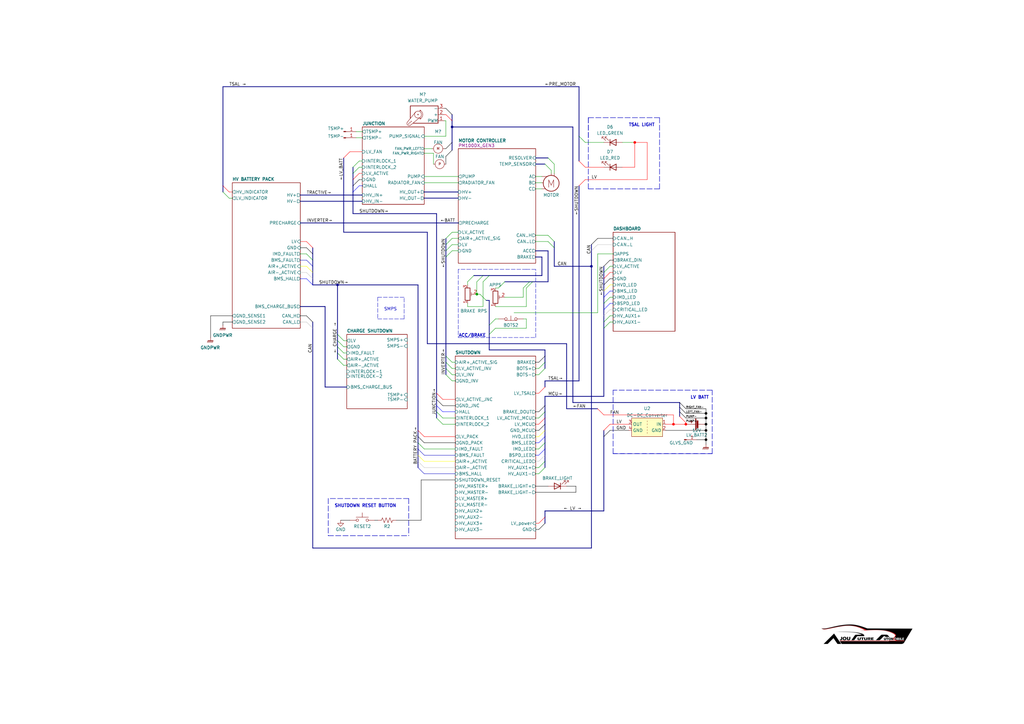
<source format=kicad_sch>
(kicad_sch (version 20211123) (generator eeschema)
  (paper "A3")
  (lib_symbols
    (symbol "A-FA_PARTS:DC-DC_Converter"
      (property "Reference" "U" (at 0 0 0))
      (property "Value" "DC-DC_Converter" (at 0 0 0))
      (symbol "DC-DC_Converter_0_1"
        (rectangle (start -6.35 -2.54) (end 6.35 -10.16) (stroke (width 0.1524)) (fill (type background)))
        (polyline (pts (xy 0 -8.382) (xy 0 -8.89)) (stroke (width 0.1)))
        (polyline (pts (xy 0 -7.239) (xy 0 -7.747)) (stroke (width 0.1)))
        (polyline (pts (xy 0 -6.096) (xy 0 -6.604)) (stroke (width 0.1)))
        (polyline (pts (xy 0 -4.826) (xy 0 -5.334)) (stroke (width 0.1)))
        (polyline (pts (xy 0 -3.683) (xy 0 -4.191)) (stroke (width 0.1)))
        (rectangle (start 5.08 -5.08) (end 5.08 -5.08) (stroke (width 0.1524)))
      )
      (symbol "DC-DC_Converter_1_1"
        (pin passive line (at 7.62 -5.08 180) (length 1.27) (name "IN") (number "1"))
        (pin passive line (at 7.62 -7.62 180) (length 1.27) (name "GND") (number "2"))
        (pin passive line (at -7.62 -5.08 0) (length 1.27) (name "OUT") (number "3"))
        (pin passive line (at -7.62 -7.62 0) (length 1.27) (name "GND") (number "4"))
      )
    )
    (symbol "A-FA_PARTS:FAN" (pin_names (offset 0))
      (property "Reference" "M" (at 1.27 1.27 0))
      (property "Value" "FAN" (at 1.27 -3.81 0))
      (symbol "FAN_0_0"
        (text "M" (at 0 -1.27 900) (effects (font (size 1 1))))
      )
      (symbol "FAN_0_1"
        (circle (center 0 -1.27) (radius 1.888) (stroke (width 0.1524)))
      )
      (symbol "FAN_1_1"
        (pin passive line (at 0 -3.81 90) (length 0.6) (name "") (number ""))
        (pin passive line (at 0 1.27 270) (length 0.6) (name "") (number ""))
      )
    )
    (symbol "A-FA_PARTS:MOTOR" (pin_names (offset 0))
      (property "Reference" "M" (at 2.54 2.54 0))
      (property "Value" "MOTOR" (at 2.54 -5.08 0))
      (symbol "MOTOR_0_0"
        (text "M" (at 0 -1.778 0) (effects (font (size 3 3))))
      )
      (symbol "MOTOR_0_1"
        (circle (center 0 -1.524) (radius 3.2512) (stroke (width 0.254)))
      )
      (symbol "MOTOR_1_0"
        (pin passive line (at -3.81 1.27 0) (length 2.2) (name "") (number ""))
      )
      (symbol "MOTOR_1_1"
        (pin passive line (at -3.81 -3.81 0) (length 1.4) (name "") (number ""))
        (pin passive line (at -3.81 -1.27 0) (length 0.5) (name "") (number ""))
        (pin passive line (at 0 2.54 270) (length 0.8) (name "") (number ""))
        (pin passive line (at 1.27 2.54 270) (length 1) (name "") (number ""))
      )
    )
    (symbol "A-FA_PARTS:PUMP"
      (property "Reference" "M" (at 0 0 0))
      (property "Value" "PUMP" (at 3.556 -7.112 0))
      (symbol "PUMP_0_0"
        (text "P" (at 0 -4.064 900) (effects (font (size 1 1))))
      )
      (symbol "PUMP_0_1"
        (circle (center 0 -4.064) (radius 1.888) (stroke (width 0.1524)))
      )
      (symbol "PUMP_1_1"
        (pin passive line (at 0 -6.604 90) (length 0.6) (name "") (number ""))
        (pin passive line (at 0 -1.524 270) (length 0.6) (name "") (number ""))
      )
    )
    (symbol "Connector:Conn_01x01_Male" (pin_names (offset 1.016) hide)
      (property "Reference" "J" (at 0 2.54 0))
      (property "Value" "Conn_01x01_Male" (at 0 -2.54 0))
      (symbol "Conn_01x01_Male_1_1"
        (polyline (pts (xy 1.27 0) (xy 0.8636 0)) (stroke (width 0.1524)))
        (rectangle (start 0.8636 0.127) (end 0 -0.127) (stroke (width 0.1524)) (fill (type outline)))
        (pin passive line (at 5.08 0 180) (length 3.81) (name "Pin_1") (number "1"))
      )
    )
    (symbol "Device:Battery_Cell" (pin_numbers hide) (pin_names (offset 0) hide)
      (property "Reference" "BT" (at 2.54 2.54 0))
      (property "Value" "Battery_Cell" (at 2.54 0 0))
      (symbol "Battery_Cell_0_1"
        (rectangle (start -2.286 1.778) (end 2.286 1.524) (fill (type outline)))
        (rectangle (start -1.5748 1.1938) (end 1.4732 0.6858) (fill (type outline)))
        (polyline (pts (xy 0 0.762) (xy 0 0)))
        (polyline (pts (xy 0 1.778) (xy 0 2.54)))
        (polyline (pts (xy 0.508 3.429) (xy 1.524 3.429)) (stroke (width 0.254)))
        (polyline (pts (xy 1.016 3.937) (xy 1.016 2.921)) (stroke (width 0.254)))
      )
      (symbol "Battery_Cell_1_1"
        (pin passive line (at 0 5.08 270) (length 2.54) (name "+") (number "1"))
        (pin passive line (at 0 -2.54 90) (length 2.54) (name "-") (number "2"))
      )
    )
    (symbol "Device:LED" (pin_numbers hide) (pin_names (offset 1.016) hide)
      (property "Reference" "D" (at 0 2.54 0))
      (property "Value" "LED" (at 0 -2.54 0))
      (symbol "LED_0_1"
        (polyline (pts (xy -1.27 -1.27) (xy -1.27 1.27)) (stroke (width 0.254)))
        (polyline (pts (xy -1.27 0) (xy 1.27 0)))
        (polyline (pts (xy 1.27 -1.27) (xy 1.27 1.27) (xy -1.27 0) (xy 1.27 -1.27)) (stroke (width 0.254)))
        (polyline (pts (xy -3.048 -0.762) (xy -4.572 -2.286) (xy -3.81 -2.286) (xy -4.572 -2.286) (xy -4.572 -1.524)))
        (polyline (pts (xy -1.778 -0.762) (xy -3.302 -2.286) (xy -2.54 -2.286) (xy -3.302 -2.286) (xy -3.302 -1.524)))
      )
      (symbol "LED_1_1"
        (pin passive line (at -3.81 0 0) (length 2.54) (name "K") (number "1"))
        (pin passive line (at 3.81 0 180) (length 2.54) (name "A") (number "2"))
      )
    )
    (symbol "Device:R_Potentiometer_Trim" (pin_names (offset 1.016) hide)
      (property "Reference" "RV" (at -4.445 0 90))
      (property "Value" "R_Potentiometer_Trim" (at -2.54 0 90))
      (symbol "R_Potentiometer_Trim_0_1"
        (polyline (pts (xy 1.524 0.762) (xy 1.524 -0.762)))
        (polyline (pts (xy 2.54 0) (xy 1.524 0)))
        (rectangle (start 1.016 2.54) (end -1.016 -2.54) (stroke (width 0.254)))
      )
      (symbol "R_Potentiometer_Trim_1_1"
        (pin passive line (at 0 3.81 270) (length 1.27) (name "1") (number "1"))
        (pin passive line (at 3.81 0 180) (length 1.27) (name "2") (number "2"))
        (pin passive line (at 0 -3.81 90) (length 1.27) (name "3") (number "3"))
      )
    )
    (symbol "Device:R_US" (pin_numbers hide) (pin_names (offset 0))
      (property "Reference" "R" (at 2.54 0 90))
      (property "Value" "R_US" (at -2.54 0 90))
      (symbol "R_US_0_1"
        (polyline (pts (xy 0 -2.286) (xy 0 -2.54)))
        (polyline (pts (xy 0 2.286) (xy 0 2.54)))
        (polyline (pts (xy 0 -0.762) (xy 1.016 -1.143) (xy 0 -1.524) (xy -1.016 -1.905) (xy 0 -2.286)))
        (polyline (pts (xy 0 0.762) (xy 1.016 0.381) (xy 0 0) (xy -1.016 -0.381) (xy 0 -0.762)))
        (polyline (pts (xy 0 2.286) (xy 1.016 1.905) (xy 0 1.524) (xy -1.016 1.143) (xy 0 0.762)))
      )
      (symbol "R_US_1_1"
        (pin passive line (at 0 3.81 270) (length 1.27) (name "~") (number "1"))
        (pin passive line (at 0 -3.81 90) (length 1.27) (name "~") (number "2"))
      )
    )
    (symbol "Motor:Motor_Servo" (pin_names (offset 0.0254))
      (property "Reference" "M" (at -5.08 4.445 0))
      (property "Value" "Motor_Servo" (at -5.08 -4.064 0))
      (symbol "Motor_Servo_0_1"
        (polyline (pts (xy 2.413 -1.778) (xy 2.032 -1.778)))
        (polyline (pts (xy 2.413 -1.778) (xy 2.286 -1.397)))
        (polyline (pts (xy 2.413 1.778) (xy 1.905 1.778)))
        (polyline (pts (xy 2.413 1.778) (xy 2.286 1.397)))
        (polyline (pts (xy 6.35 4.445) (xy 2.54 1.27)))
        (polyline (pts (xy 7.62 3.175) (xy 4.191 -1.016)))
        (polyline (pts (xy 5.08 3.556) (xy -5.08 3.556) (xy -5.08 -3.556) (xy 6.35 -3.556) (xy 6.35 1.524)) (stroke (width 0.254)))
        (arc (start 2.413 1.778) (mid 1.2406 0) (end 2.413 -1.778))
        (circle (center 3.175 0) (radius 0.1778))
        (circle (center 3.175 0) (radius 1.4224))
        (circle (center 5.969 2.794) (radius 0.127))
        (circle (center 6.477 3.302) (radius 0.127))
        (circle (center 6.985 3.81) (radius 0.127))
        (arc (start 7.62 3.175) (mid 7.4485 4.2735) (end 6.35 4.445))
      )
      (symbol "Motor_Servo_1_1"
        (pin passive line (at -7.62 2.54 0) (length 2.54) (name "PWM") (number "1"))
        (pin passive line (at -7.62 0 0) (length 2.54) (name "+") (number "2"))
        (pin passive line (at -7.62 -2.54 0) (length 2.54) (name "-") (number "3"))
      )
    )
    (symbol "Switch:SW_Push" (pin_numbers hide) (pin_names (offset 1.016) hide)
      (property "Reference" "SW" (at 1.27 2.54 0))
      (property "Value" "SW_Push" (at 0 -1.524 0))
      (symbol "SW_Push_0_1"
        (circle (center -2.032 0) (radius 0.508))
        (polyline (pts (xy 0 1.27) (xy 0 3.048)))
        (polyline (pts (xy 2.54 1.27) (xy -2.54 1.27)))
        (circle (center 2.032 0) (radius 0.508))
        (pin passive line (at -5.08 0 0) (length 2.54) (name "1") (number "1"))
        (pin passive line (at 5.08 0 180) (length 2.54) (name "2") (number "2"))
      )
    )
    (symbol "Switch:SW_Push_Open" (pin_numbers hide) (pin_names (offset 1.016) hide)
      (property "Reference" "SW" (at 0 2.54 0))
      (property "Value" "SW_Push_Open" (at 0 -1.905 0))
      (symbol "SW_Push_Open_0_1"
        (circle (center -2.032 0) (radius 0.508))
        (polyline (pts (xy -2.54 -0.635) (xy 2.54 -0.635)))
        (polyline (pts (xy 0 -0.635) (xy 0 1.27)))
        (circle (center 2.032 0) (radius 0.508))
        (pin passive line (at -5.08 0 0) (length 2.54) (name "A") (number "1"))
      )
      (symbol "SW_Push_Open_1_1"
        (pin passive line (at 5.08 0 180) (length 2.54) (name "B") (number "2"))
      )
    )
    (symbol "power:GND" (power) (pin_names (offset 0))
      (property "Value" "GND" (at 0 -3.81 0))
      (symbol "GND_0_1"
        (polyline (pts (xy 0 0) (xy 0 -1.27) (xy 1.27 -1.27) (xy 0 -2.54) (xy -1.27 -1.27) (xy 0 -1.27)))
      )
      (symbol "GND_1_1"
        (pin power_in line (at 0 0 270) (length 0) hide (name "GND") (number "1"))
      )
    )
    (symbol "power:GNDPWR" (power) (pin_names (offset 0))
      (property "Value" "GNDPWR" (at 0 -3.302 0))
      (symbol "GNDPWR_0_1"
        (polyline (pts (xy 0 -1.27) (xy 0 0)))
        (polyline (pts (xy -1.016 -1.27) (xy -1.27 -2.032) (xy -1.27 -2.032)) (stroke (width 0.2032)))
        (polyline (pts (xy -0.508 -1.27) (xy -0.762 -2.032) (xy -0.762 -2.032)) (stroke (width 0.2032)))
        (polyline (pts (xy 0 -1.27) (xy -0.254 -2.032) (xy -0.254 -2.032)) (stroke (width 0.2032)))
        (polyline (pts (xy 0.508 -1.27) (xy 0.254 -2.032) (xy 0.254 -2.032)) (stroke (width 0.2032)))
        (polyline (pts (xy 1.016 -1.27) (xy -1.016 -1.27) (xy -1.016 -1.27)) (stroke (width 0.2032)))
        (polyline (pts (xy 1.016 -1.27) (xy 0.762 -2.032) (xy 0.762 -2.032) (xy 0.762 -2.032)) (stroke (width 0.2032)))
      )
      (symbol "GNDPWR_1_1"
        (pin power_in line (at 0 0 270) (length 0) hide (name "GNDPWR") (number "1"))
      )
    )
  )
  (junction (at 289.56 180.34) (color 0 0 0 1))
  (junction (at 289.56 171.45) (color 0 0 0 1))
  (junction (at 289.56 173.99) (color 0 0 0 1))
  (junction (at 242.57 109.22))
  (junction (at 195.58 120.65))
  (junction (at 289.56 176.53) (color 0 0 0 1))
  (junction (at 289.56 169.545) (color 0 0 0 1))
  (junction (at 185.42 52.07))
  (junction (at 138.43 116.84))
  (junction (at 276.225 173.99) (color 255 0 0 1))
  (junction (at 260.35 58.42) (color 255 0 0 1))
  (junction (at 281.305 173.99) (color 255 0 0 1))
  (bus_entry (at 125.73 101.6) (size 2.54 2.54) (stroke (width 0) (color 0 0 0 1)))
  (bus_entry (at 125.73 106.68) (size 2.54 2.54) (stroke (width 0) (color 0 0 194 1)))
  (bus_entry (at 125.73 99.06) (size 2.54 2.54) (stroke (width 0) (color 255 0 0 1)))
  (bus_entry (at 125.73 104.14) (size 2.54 2.54))
  (bus_entry (at 125.73 111.76) (size 2.54 2.54) (stroke (width 0) (color 194 194 194 1)))
  (bus_entry (at 125.73 109.22) (size 2.54 2.54) (stroke (width 0) (color 255 255 0 1)))
  (bus_entry (at 203.2 130.81) (size -2.54 2.54))
  (bus_entry (at 147.32 68.58) (size -2.54 2.54))
  (bus_entry (at 250.19 129.54) (size -2.54 2.54))
  (bus_entry (at 223.52 158.75) (size -2.54 2.54) (stroke (width 0) (color 255 0 0 1)))
  (bus_entry (at 240.03 73.66) (size -2.54 2.54) (stroke (width 0) (color 255 0 0 1)))
  (bus_entry (at 147.32 73.66) (size -2.54 2.54) (stroke (width 0) (color 0 0 0 1)))
  (bus_entry (at 224.79 99.06) (size 2.54 2.54))
  (bus_entry (at 194.31 113.03) (size -2.54 2.54))
  (bus_entry (at 198.12 113.03) (size -2.54 2.54))
  (bus_entry (at 200.66 113.03) (size -2.54 2.54))
  (bus_entry (at 223.52 67.31) (size 2.54 2.54))
  (bus_entry (at 223.52 168.91) (size -2.54 2.54) (stroke (width 0) (color 0 132 0 1)))
  (bus_entry (at 223.52 171.45) (size -2.54 2.54) (stroke (width 0) (color 255 0 0 1)))
  (bus_entry (at 223.52 173.99) (size -2.54 2.54) (stroke (width 0) (color 0 0 0 1)))
  (bus_entry (at 223.52 176.53) (size -2.54 2.54) (stroke (width 0) (color 255 255 0 1)))
  (bus_entry (at 223.52 186.69) (size -2.54 2.54) (stroke (width 0) (color 194 194 194 1)))
  (bus_entry (at 223.52 181.61) (size -2.54 2.54))
  (bus_entry (at 223.52 184.15) (size -2.54 2.54) (stroke (width 0) (color 0 0 255 1)))
  (bus_entry (at 223.52 179.07) (size -2.54 2.54) (stroke (width 0) (color 0 0 255 1)))
  (bus_entry (at 138.43 137.16) (size 2.54 2.54))
  (bus_entry (at 223.52 166.37) (size -2.54 2.54) (stroke (width 0) (color 0 0 0 1)))
  (bus_entry (at 185.42 58.42) (size -2.54 2.54) (stroke (width 0) (color 0 0 0 1)))
  (bus_entry (at 179.07 168.91) (size 2.54 2.54))
  (bus_entry (at 171.45 189.23) (size 2.54 2.54) (stroke (width 0) (color 194 194 194 1)))
  (bus_entry (at 179.07 161.29) (size 2.54 2.54) (stroke (width 0) (color 255 0 0 1)))
  (bus_entry (at 179.07 163.83) (size 2.54 2.54) (stroke (width 0) (color 0 0 0 1)))
  (bus_entry (at 196.85 120.65) (size 2.54 2.54))
  (bus_entry (at 147.32 76.2) (size -2.54 2.54) (stroke (width 0) (color 0 0 255 1)))
  (bus_entry (at 147.32 66.04) (size -2.54 2.54))
  (bus_entry (at 185.42 49.53) (size -2.54 -2.54) (stroke (width 0) (color 255 0 0 1)))
  (bus_entry (at 278.765 165.1) (size 2.54 2.54) (stroke (width 0) (color 0 0 0 1)))
  (bus_entry (at 171.45 179.07) (size 2.54 2.54) (stroke (width 0) (color 0 0 0 1)))
  (bus_entry (at 245.11 167.64) (size 2.54 2.54) (stroke (width 0) (color 255 0 0 1)))
  (bus_entry (at 250.19 176.53) (size -2.54 2.54) (stroke (width 0) (color 0 0 0 1)))
  (bus_entry (at 250.19 132.08) (size -2.54 2.54))
  (bus_entry (at 171.45 191.77) (size 2.54 2.54) (stroke (width 0) (color 0 0 194 1)))
  (bus_entry (at 223.52 214.63) (size -2.54 2.54) (stroke (width 0) (color 0 0 0 1)))
  (bus_entry (at 220.98 214.63) (size 2.54 -2.54) (stroke (width 0) (color 255 0 0 1)))
  (bus_entry (at 505.46 110.49) (size 2.54 2.54))
  (bus_entry (at 147.32 71.12) (size -2.54 2.54) (stroke (width 0) (color 255 0 0 1)))
  (bus_entry (at 223.52 189.23) (size -2.54 2.54))
  (bus_entry (at 185.42 46.99) (size -2.54 -2.54) (stroke (width 0) (color 0 0 0 1)))
  (bus_entry (at 245.11 97.79) (size -2.54 2.54) (stroke (width 0) (color 0 0 0 1)))
  (bus_entry (at 245.11 100.33) (size -2.54 2.54) (stroke (width 0) (color 194 194 194 1)))
  (bus_entry (at 171.45 181.61) (size 2.54 2.54))
  (bus_entry (at 250.19 106.68) (size -2.54 2.54) (stroke (width 0) (color 0 0 0 1)))
  (bus_entry (at 179.07 166.37) (size 2.54 2.54) (stroke (width 0) (color 0 0 255 1)))
  (bus_entry (at 250.19 119.38) (size -2.54 2.54) (stroke (width 0) (color 0 0 255 1)))
  (bus_entry (at 250.19 121.92) (size -2.54 2.54))
  (bus_entry (at 250.19 116.84) (size -2.54 2.54) (stroke (width 0) (color 255 255 0 1)))
  (bus_entry (at 250.19 109.22) (size -2.54 2.54))
  (bus_entry (at 250.19 111.76) (size -2.54 2.54) (stroke (width 0) (color 255 0 0 1)))
  (bus_entry (at 250.19 114.3) (size -2.54 2.54) (stroke (width 0) (color 0 0 0 1)))
  (bus_entry (at 250.19 124.46) (size -2.54 2.54) (stroke (width 0) (color 0 0 255 1)))
  (bus_entry (at 250.19 127) (size -2.54 2.54) (stroke (width 0) (color 194 194 194 1)))
  (bus_entry (at 278.765 170.815) (size 2.54 2.54) (stroke (width 0) (color 255 0 0 1)))
  (bus_entry (at 240.03 68.58) (size -2.54 -2.54) (stroke (width 0) (color 255 0 0 1)))
  (bus_entry (at 125.73 129.54) (size 2.54 2.54) (stroke (width 0) (color 0 0 0 1)))
  (bus_entry (at 125.73 132.08) (size 2.54 2.54) (stroke (width 0) (color 194 194 194 1)))
  (bus_entry (at 240.03 58.42) (size -2.54 -2.54))
  (bus_entry (at 91.44 78.74) (size 2.54 2.54))
  (bus_entry (at 91.44 76.2) (size 2.54 2.54) (stroke (width 0) (color 255 0 0 1)))
  (bus_entry (at 138.43 147.32) (size 2.54 2.54))
  (bus_entry (at 138.43 144.78) (size 2.54 2.54))
  (bus_entry (at 138.43 142.24) (size 2.54 2.54))
  (bus_entry (at 138.43 139.7) (size 2.54 2.54))
  (bus_entry (at 171.45 176.53) (size 2.54 2.54) (stroke (width 0) (color 255 0 0 1)))
  (bus_entry (at 171.45 184.15) (size 2.54 2.54) (stroke (width 0) (color 0 0 194 1)))
  (bus_entry (at 217.17 115.57) (size -2.54 2.54))
  (bus_entry (at 218.44 115.57) (size -2.54 2.54))
  (bus_entry (at 278.765 168.91) (size 2.54 2.54) (stroke (width 0) (color 0 0 0 1)))
  (bus_entry (at 182.88 148.59) (size 2.54 2.54))
  (bus_entry (at 182.88 146.05) (size 2.54 2.54))
  (bus_entry (at 182.88 151.13) (size 2.54 2.54))
  (bus_entry (at 182.88 153.67) (size 2.54 2.54))
  (bus_entry (at 207.01 115.57) (size -2.54 2.54))
  (bus_entry (at 250.19 173.99) (size -2.54 2.54) (stroke (width 0) (color 255 0 0 1)))
  (bus_entry (at 185.42 95.25) (size -2.54 2.54))
  (bus_entry (at 185.42 100.33) (size -2.54 2.54))
  (bus_entry (at 185.42 97.79) (size -2.54 2.54))
  (bus_entry (at 179.07 171.45) (size 2.54 2.54))
  (bus_entry (at 125.73 114.3) (size 2.54 2.54) (stroke (width 0) (color 0 0 255 1)))
  (bus_entry (at 143.51 62.23) (size -2.54 2.54) (stroke (width 0) (color 255 0 0 1)))
  (bus_entry (at 223.52 151.13) (size -2.54 2.54))
  (bus_entry (at 223.52 148.59) (size -2.54 2.54))
  (bus_entry (at 171.45 186.69) (size 2.54 2.54) (stroke (width 0) (color 255 255 0 1)))
  (bus_entry (at 185.42 61.595) (size -2.54 2.54) (stroke (width 0) (color 0 0 0 1)))
  (bus_entry (at 224.79 96.52) (size 2.54 2.54))
  (bus_entry (at 224.79 64.77) (size 2.54 2.54))
  (bus_entry (at 278.765 167.005) (size 2.54 2.54) (stroke (width 0) (color 0 0 0 1)))
  (bus_entry (at 203.2 134.62) (size -2.54 2.54))
  (bus_entry (at 185.42 102.87) (size -2.54 2.54))
  (bus_entry (at 223.52 146.05) (size -2.54 2.54) (stroke (width 0) (color 0 0 0 1)))
  (bus_entry (at 223.52 191.77) (size -2.54 2.54))
  (bus (pts (xy 223.52 166.37) (xy 223.52 168.91)))
  (bus (pts (xy 144.78 76.2) (xy 144.78 78.74)))
  (wire (pts (xy 207.01 121.92) (xy 214.63 121.92)))
  (wire (pts (xy 203.2 134.62) (xy 215.9 134.62)))
  (bus (pts (xy 234.95 52.07) (xy 234.95 165.1)))
  (bus (pts (xy 247.65 179.07) (xy 247.65 209.55)))
  (wire (pts (xy 123.19 129.54) (xy 125.73 129.54)) (stroke (width 0) (color 0 0 0 1)))
  (bus (pts (xy 222.25 105.41) (xy 222.25 113.03)))
  (bus (pts (xy 200.66 143.51) (xy 223.52 143.51)))
  (wire (pts (xy 250.19 111.76) (xy 251.46 111.76)) (stroke (width 0) (color 255 0 0 1)))
  (bus (pts (xy 223.52 143.51) (xy 223.52 146.05)))
  (polyline (pts (xy 134.62 204.47) (xy 134.62 219.71)) (stroke (width 0.2)))
  (wire (pts (xy 215.9 118.11) (xy 215.9 125.73)))
  (bus (pts (xy 128.27 134.62) (xy 128.27 224.79)))
  (wire (pts (xy 182.88 49.53) (xy 182.88 55.88)))
  (wire (pts (xy 182.245 46.99) (xy 182.88 46.99)) (stroke (width 0) (color 255 0 0 1)))
  (polyline (pts (xy 292.1 186.055) (xy 292.1 160.02)) (stroke (width 0.2)))
  (bus (pts (xy 182.88 146.05) (xy 182.88 148.59)))
  (bus (pts (xy 232.41 167.64) (xy 232.41 140.97)))
  (wire (pts (xy 219.71 189.23) (xy 220.98 189.23)) (stroke (width 0) (color 194 194 194 1)))
  (wire (pts (xy 250.19 121.92) (xy 251.46 121.92)))
  (wire (pts (xy 182.245 60.96) (xy 182.88 60.96)) (stroke (width 0) (color 0 0 0 1)))
  (bus (pts (xy 173.99 81.28) (xy 187.96 81.28)))
  (wire (pts (xy 273.05 176.53) (xy 289.56 176.53)) (stroke (width 0) (color 0 0 0 1)))
  (wire (pts (xy 219.71 72.39) (xy 222.25 72.39)))
  (wire (pts (xy 198.12 115.57) (xy 198.12 125.73)))
  (bus (pts (xy 247.65 127) (xy 247.65 129.54)))
  (wire (pts (xy 195.58 115.57) (xy 195.58 120.65)))
  (wire (pts (xy 245.11 100.33) (xy 251.46 100.33)) (stroke (width 0) (color 194 194 194 1)))
  (bus (pts (xy 171.45 176.53) (xy 171.45 179.07)))
  (bus (pts (xy 278.765 168.91) (xy 278.765 170.815)))
  (wire (pts (xy 191.77 125.73) (xy 191.77 124.46)))
  (wire (pts (xy 173.99 179.07) (xy 186.69 179.07)) (stroke (width 0) (color 255 0 0 1)))
  (wire (pts (xy 219.71 74.93) (xy 222.25 74.93)))
  (bus (pts (xy 223.52 212.09) (xy 223.52 214.63)))
  (wire (pts (xy 219.71 173.99) (xy 220.98 173.99)) (stroke (width 0) (color 255 0 0 1)))
  (wire (pts (xy 123.19 104.14) (xy 125.73 104.14)))
  (wire (pts (xy 182.88 55.88) (xy 173.99 55.88)))
  (wire (pts (xy 143.51 62.23) (xy 148.59 62.23)) (stroke (width 0) (color 255 0 0 1)))
  (bus (pts (xy 138.43 137.16) (xy 138.43 139.7)))
  (wire (pts (xy 185.42 153.67) (xy 186.69 153.67)))
  (bus (pts (xy 138.43 144.78) (xy 138.43 147.32)))
  (bus (pts (xy 227.33 101.6) (xy 227.33 109.22)))
  (wire (pts (xy 173.99 72.39) (xy 187.96 72.39)))
  (bus (pts (xy 247.65 132.08) (xy 247.65 134.62)))
  (wire (pts (xy 285.75 180.34) (xy 289.56 180.34)) (stroke (width 0) (color 0 0 0 1)))
  (wire (pts (xy 260.35 58.42) (xy 265.43 58.42)) (stroke (width 0) (color 255 0 0 1)))
  (polyline (pts (xy 219.71 110.49) (xy 215.9 110.49)))
  (bus (pts (xy 223.52 209.55) (xy 247.65 209.55)))
  (polyline (pts (xy 187.96 138.43) (xy 219.71 138.43)))
  (wire (pts (xy 281.305 167.64) (xy 289.56 167.64)) (stroke (width 0) (color 0 0 0 1)))
  (bus (pts (xy 144.78 87.63) (xy 179.07 87.63)))
  (wire (pts (xy 140.97 149.86) (xy 142.24 149.86)))
  (wire (pts (xy 182.245 49.53) (xy 182.88 49.53)))
  (wire (pts (xy 219.71 184.15) (xy 220.98 184.15)))
  (polyline (pts (xy 270.51 77.47) (xy 270.51 48.26)) (stroke (width 0.2)))
  (bus (pts (xy 138.43 116.84) (xy 138.43 137.16)))
  (wire (pts (xy 153.67 213.36) (xy 154.94 213.36)) (stroke (width 0) (color 0 0 0 1)))
  (bus (pts (xy 171.45 181.61) (xy 171.45 184.15)))
  (bus (pts (xy 234.95 165.1) (xy 278.765 165.1)))
  (bus (pts (xy 247.65 121.92) (xy 247.65 124.46)))
  (wire (pts (xy 219.71 217.17) (xy 220.98 217.17)) (stroke (width 0) (color 0 0 0 1)))
  (wire (pts (xy 181.61 173.99) (xy 186.69 173.99)))
  (wire (pts (xy 185.42 95.25) (xy 187.96 95.25)))
  (bus (pts (xy 123.19 125.73) (xy 133.35 125.73)))
  (bus (pts (xy 247.65 134.62) (xy 247.65 162.56)))
  (wire (pts (xy 289.56 176.53) (xy 289.56 180.34)) (stroke (width 0) (color 0 0 0 1)))
  (wire (pts (xy 95.25 129.54) (xy 86.36 129.54)) (stroke (width 0) (color 0 0 0 1)))
  (polyline (pts (xy 241.3 48.26) (xy 241.3 57.15)) (stroke (width 0.2)))
  (wire (pts (xy 250.19 124.46) (xy 251.46 124.46)) (stroke (width 0) (color 0 0 255 1)))
  (bus (pts (xy 223.52 184.15) (xy 223.52 181.61)))
  (bus (pts (xy 223.52 146.05) (xy 223.52 148.59)))
  (polyline (pts (xy 241.3 77.47) (xy 270.51 77.47)) (stroke (width 0.2)))
  (bus (pts (xy 223.52 162.56) (xy 223.52 166.37)))
  (bus (pts (xy 140.97 95.25) (xy 175.26 95.25)))
  (bus (pts (xy 179.07 168.91) (xy 179.07 171.45)))
  (bus (pts (xy 232.41 167.64) (xy 245.11 167.64)))
  (wire (pts (xy 250.19 109.22) (xy 251.46 109.22)))
  (bus (pts (xy 123.19 82.55) (xy 148.59 82.55)))
  (wire (pts (xy 140.97 144.78) (xy 142.24 144.78)))
  (bus (pts (xy 219.71 67.31) (xy 223.52 67.31)))
  (bus (pts (xy 144.78 73.66) (xy 144.78 76.2)))
  (wire (pts (xy 185.42 151.13) (xy 186.69 151.13)))
  (bus (pts (xy 133.35 125.73) (xy 133.35 158.75)))
  (wire (pts (xy 219.71 99.06) (xy 224.79 99.06)))
  (polyline (pts (xy 167.64 204.47) (xy 167.64 219.71)) (stroke (width 0.2)))
  (bus (pts (xy 182.88 97.79) (xy 182.88 100.33)))
  (wire (pts (xy 219.71 214.63) (xy 220.98 214.63)) (stroke (width 0) (color 255 0 0 1)))
  (bus (pts (xy 223.52 179.07) (xy 223.52 176.53)))
  (bus (pts (xy 182.88 151.13) (xy 182.88 153.67)))
  (wire (pts (xy 289.56 169.545) (xy 289.56 171.45)) (stroke (width 0) (color 0 0 0 1)))
  (polyline (pts (xy 219.71 138.43) (xy 219.71 110.49)))
  (bus (pts (xy 128.27 224.79) (xy 242.57 224.79)))
  (bus (pts (xy 237.49 76.2) (xy 237.49 156.21)))
  (bus (pts (xy 237.49 156.21) (xy 223.52 156.21)))
  (bus (pts (xy 200.66 123.19) (xy 200.66 133.35)))
  (bus (pts (xy 171.45 189.23) (xy 171.45 191.77)))
  (bus (pts (xy 185.42 52.07) (xy 234.95 52.07)))
  (bus (pts (xy 128.27 132.08) (xy 128.27 134.62)))
  (wire (pts (xy 147.32 71.12) (xy 148.59 71.12)) (stroke (width 0) (color 255 0 0 1)))
  (wire (pts (xy 219.71 153.67) (xy 220.98 153.67)))
  (bus (pts (xy 128.27 114.3) (xy 128.27 116.84)))
  (bus (pts (xy 128.27 101.6) (xy 128.27 104.14)))
  (bus (pts (xy 171.45 186.69) (xy 171.45 189.23)))
  (wire (pts (xy 240.03 58.42) (xy 247.65 58.42)))
  (bus (pts (xy 128.27 109.22) (xy 128.27 111.76)))
  (bus (pts (xy 223.52 186.69) (xy 223.52 184.15)))
  (wire (pts (xy 91.44 132.08) (xy 91.44 133.35)) (stroke (width 0) (color 0 0 0 1)))
  (bus (pts (xy 198.12 113.03) (xy 200.66 113.03)))
  (bus (pts (xy 128.27 106.68) (xy 128.27 109.22)))
  (wire (pts (xy 173.99 194.31) (xy 186.69 194.31)) (stroke (width 0) (color 0 0 194 1)))
  (wire (pts (xy 191.77 115.57) (xy 191.77 116.84)))
  (wire (pts (xy 147.32 76.2) (xy 148.59 76.2)) (stroke (width 0) (color 0 0 255 1)))
  (bus (pts (xy 237.49 35.56) (xy 237.49 55.88)))
  (wire (pts (xy 86.36 129.54) (xy 86.36 138.43)) (stroke (width 0) (color 0 0 0 1)))
  (bus (pts (xy 182.88 148.59) (xy 182.88 151.13)))
  (wire (pts (xy 93.98 78.74) (xy 95.25 78.74)) (stroke (width 0) (color 255 0 0 1)))
  (polyline (pts (xy 154.94 130.81) (xy 165.735 130.81)))
  (bus (pts (xy 247.65 114.3) (xy 247.65 116.84)))
  (wire (pts (xy 173.99 186.69) (xy 186.69 186.69)) (stroke (width 0) (color 0 0 194 1)))
  (wire (pts (xy 273.05 173.99) (xy 276.225 173.99)) (stroke (width 0) (color 255 0 0 1)))
  (polyline (pts (xy 251.46 186.055) (xy 251.46 160.02)) (stroke (width 0.2)))
  (wire (pts (xy 289.56 173.99) (xy 289.56 176.53)) (stroke (width 0) (color 0 0 0 1)))
  (wire (pts (xy 219.71 168.91) (xy 220.98 168.91)) (stroke (width 0) (color 0 0 0 1)))
  (bus (pts (xy 185.42 46.99) (xy 185.42 49.53)))
  (wire (pts (xy 219.71 151.13) (xy 220.98 151.13)))
  (polyline (pts (xy 251.46 186.055) (xy 292.1 186.055)) (stroke (width 0.2)))
  (bus (pts (xy 227.33 109.22) (xy 242.57 109.22)))
  (wire (pts (xy 236.22 201.93) (xy 219.71 201.93)) (stroke (width 0) (color 0 0 0 1)))
  (bus (pts (xy 247.65 116.84) (xy 247.65 119.38)))
  (bus (pts (xy 247.65 109.22) (xy 247.65 111.76)))
  (bus (pts (xy 194.31 113.03) (xy 198.12 113.03)))
  (bus (pts (xy 200.66 113.03) (xy 222.25 113.03)))
  (wire (pts (xy 123.19 114.3) (xy 125.73 114.3)) (stroke (width 0) (color 0 0 255 1)))
  (polyline (pts (xy 292.1 160.02) (xy 251.46 160.02)) (stroke (width 0.2)))
  (bus (pts (xy 242.57 100.33) (xy 242.57 102.87)))
  (polyline (pts (xy 215.9 110.49) (xy 187.96 110.49)))
  (polyline (pts (xy 154.94 121.92) (xy 154.94 130.81)))
  (wire (pts (xy 219.71 77.47) (xy 222.25 77.47)))
  (bus (pts (xy 185.42 52.07) (xy 185.42 58.42)))
  (bus (pts (xy 223.52 173.99) (xy 223.52 171.45)))
  (bus (pts (xy 138.43 139.7) (xy 138.43 142.24)))
  (bus (pts (xy 138.43 142.24) (xy 138.43 144.78)))
  (bus (pts (xy 128.27 104.14) (xy 128.27 106.68)))
  (bus (pts (xy 223.52 181.61) (xy 223.52 179.07)))
  (bus (pts (xy 278.765 165.1) (xy 278.765 167.005)))
  (wire (pts (xy 219.71 179.07) (xy 220.98 179.07)) (stroke (width 0) (color 255 255 0 1)))
  (wire (pts (xy 214.63 118.11) (xy 214.63 121.92)))
  (bus (pts (xy 144.78 78.74) (xy 144.78 80.01)))
  (wire (pts (xy 181.61 166.37) (xy 186.69 166.37)) (stroke (width 0) (color 0 0 0 1)))
  (bus (pts (xy 227.33 99.06) (xy 227.33 101.6)))
  (bus (pts (xy 219.71 105.41) (xy 222.25 105.41)))
  (wire (pts (xy 173.99 181.61) (xy 186.69 181.61)) (stroke (width 0) (color 0 0 0 1)))
  (wire (pts (xy 173.99 184.15) (xy 186.69 184.15)))
  (polyline (pts (xy 270.51 48.26) (xy 241.3 48.26)) (stroke (width 0.2)))
  (bus (pts (xy 223.52 148.59) (xy 223.52 151.13)))
  (wire (pts (xy 250.19 127) (xy 251.46 127)) (stroke (width 0) (color 194 194 194 1)))
  (polyline (pts (xy 165.735 121.92) (xy 154.94 121.92)))
  (bus (pts (xy 247.65 111.76) (xy 247.65 114.3)))
  (polyline (pts (xy 165.735 130.81) (xy 165.735 121.92)))
  (wire (pts (xy 186.69 196.85) (xy 172.72 196.85)) (stroke (width 0) (color 0 0 0 1)))
  (wire (pts (xy 250.19 114.3) (xy 251.46 114.3)) (stroke (width 0) (color 0 0 0 1)))
  (polyline (pts (xy 241.3 48.26) (xy 241.3 77.47)) (stroke (width 0.2)))
  (wire (pts (xy 250.19 116.84) (xy 251.46 116.84)) (stroke (width 0) (color 255 255 0 1)))
  (wire (pts (xy 232.41 199.39) (xy 236.22 199.39)) (stroke (width 0) (color 0 0 0 1)))
  (bus (pts (xy 185.42 58.42) (xy 185.42 61.595)))
  (wire (pts (xy 250.19 173.99) (xy 257.81 173.99)) (stroke (width 0) (color 255 0 0 1)))
  (wire (pts (xy 250.19 119.38) (xy 251.46 119.38)) (stroke (width 0) (color 0 0 255 1)))
  (wire (pts (xy 245.11 104.14) (xy 245.11 128.27)))
  (wire (pts (xy 182.245 44.45) (xy 182.88 44.45)) (stroke (width 0) (color 0 0 0 1)))
  (wire (pts (xy 181.61 171.45) (xy 186.69 171.45)))
  (wire (pts (xy 250.19 129.54) (xy 251.46 129.54)))
  (wire (pts (xy 147.32 66.04) (xy 148.59 66.04)))
  (bus (pts (xy 242.57 102.87) (xy 242.57 109.22)))
  (wire (pts (xy 185.42 148.59) (xy 186.69 148.59)))
  (wire (pts (xy 250.19 106.68) (xy 251.46 106.68)) (stroke (width 0) (color 0 0 0 1)))
  (bus (pts (xy 200.66 137.16) (xy 200.66 143.51)))
  (wire (pts (xy 123.19 111.76) (xy 125.73 111.76)) (stroke (width 0) (color 194 194 194 1)))
  (bus (pts (xy 218.44 115.57) (xy 224.79 115.57)))
  (bus (pts (xy 144.78 71.12) (xy 144.78 73.66)))
  (wire (pts (xy 276.225 173.99) (xy 281.305 173.99)) (stroke (width 0) (color 255 0 0 1)))
  (wire (pts (xy 226.06 69.85) (xy 226.06 71.12)))
  (wire (pts (xy 281.305 171.45) (xy 289.56 171.45)) (stroke (width 0) (color 0 0 0 1)))
  (bus (pts (xy 91.44 35.56) (xy 237.49 35.56)))
  (bus (pts (xy 144.78 68.58) (xy 144.78 71.12)))
  (bus (pts (xy 144.78 80.01) (xy 148.59 80.01)))
  (wire (pts (xy 172.72 196.85) (xy 172.72 213.36)) (stroke (width 0) (color 0 0 0 1)))
  (bus (pts (xy 278.765 167.005) (xy 278.765 168.91)))
  (bus (pts (xy 133.35 158.75) (xy 142.24 158.75)))
  (bus (pts (xy 140.97 64.77) (xy 140.97 95.25)))
  (polyline (pts (xy 292.1 186.055) (xy 251.46 186.055)) (stroke (width 0.2)))
  (wire (pts (xy 281.305 173.99) (xy 281.94 173.99)) (stroke (width 0) (color 255 0 0 1)))
  (bus (pts (xy 247.65 162.56) (xy 223.52 162.56)))
  (wire (pts (xy 260.35 58.42) (xy 255.27 58.42)))
  (wire (pts (xy 250.19 132.08) (xy 251.46 132.08)))
  (bus (pts (xy 128.27 116.84) (xy 138.43 116.84)))
  (bus (pts (xy 144.78 80.01) (xy 144.78 87.63)))
  (wire (pts (xy 289.56 167.64) (xy 289.56 169.545)) (stroke (width 0) (color 0 0 0 1)))
  (bus (pts (xy 247.65 129.54) (xy 247.65 132.08)))
  (wire (pts (xy 281.305 173.355) (xy 281.305 173.99)) (stroke (width 0) (color 255 0 0 1)))
  (wire (pts (xy 173.99 60.96) (xy 177.165 60.96)))
  (bus (pts (xy 247.65 124.46) (xy 247.65 127)))
  (wire (pts (xy 245.11 97.79) (xy 251.46 97.79)) (stroke (width 0) (color 0 0 0 1)))
  (bus (pts (xy 138.43 116.84) (xy 171.45 116.84)))
  (bus (pts (xy 223.52 171.45) (xy 223.52 168.91)))
  (bus (pts (xy 247.65 119.38) (xy 247.65 121.92)))
  (bus (pts (xy 223.52 209.55) (xy 223.52 212.09)))
  (wire (pts (xy 181.61 163.83) (xy 186.69 163.83)) (stroke (width 0) (color 255 0 0 1)))
  (wire (pts (xy 215.9 130.81) (xy 215.9 134.62)))
  (wire (pts (xy 182.88 64.135) (xy 182.88 67.31)) (stroke (width 0) (color 0 0 0 1)))
  (wire (pts (xy 276.225 170.18) (xy 276.225 173.99)) (stroke (width 0) (color 255 0 0 1)))
  (wire (pts (xy 219.71 176.53) (xy 220.98 176.53)) (stroke (width 0) (color 0 0 0 1)))
  (bus (pts (xy 200.66 133.35) (xy 200.66 137.16)))
  (wire (pts (xy 219.71 191.77) (xy 220.98 191.77)))
  (bus (pts (xy 179.07 166.37) (xy 179.07 163.83)))
  (wire (pts (xy 177.8 62.865) (xy 177.8 67.31)))
  (wire (pts (xy 173.99 62.865) (xy 177.8 62.865)))
  (bus (pts (xy 175.26 140.97) (xy 175.26 95.25)))
  (wire (pts (xy 140.97 147.32) (xy 142.24 147.32)))
  (wire (pts (xy 236.22 199.39) (xy 236.22 201.93)) (stroke (width 0) (color 0 0 0 1)))
  (bus (pts (xy 182.88 102.87) (xy 182.88 105.41)))
  (wire (pts (xy 215.9 125.73) (xy 203.2 125.73)))
  (bus (pts (xy 223.52 176.53) (xy 223.52 173.99)))
  (wire (pts (xy 219.71 181.61) (xy 220.98 181.61)) (stroke (width 0) (color 0 0 255 1)))
  (bus (pts (xy 171.45 179.07) (xy 171.45 181.61)))
  (wire (pts (xy 123.19 99.06) (xy 125.73 99.06)) (stroke (width 0) (color 255 0 0 1)))
  (bus (pts (xy 171.45 184.15) (xy 171.45 186.69)))
  (wire (pts (xy 123.19 101.6) (xy 125.73 101.6)) (stroke (width 0) (color 0 0 0 1)))
  (wire (pts (xy 260.35 68.58) (xy 260.35 58.42)) (stroke (width 0) (color 255 0 0 1)))
  (bus (pts (xy 232.41 140.97) (xy 175.26 140.97)))
  (bus (pts (xy 247.65 179.07) (xy 247.65 176.53)))
  (bus (pts (xy 123.19 80.01) (xy 144.78 80.01)))
  (wire (pts (xy 219.71 186.69) (xy 220.98 186.69)) (stroke (width 0) (color 0 0 255 1)))
  (wire (pts (xy 198.12 125.73) (xy 191.77 125.73)))
  (wire (pts (xy 162.56 213.36) (xy 172.72 213.36)) (stroke (width 0) (color 0 0 0 1)))
  (bus (pts (xy 123.19 91.44) (xy 187.96 91.44)))
  (bus (pts (xy 171.45 116.84) (xy 171.45 176.53)))
  (bus (pts (xy 207.01 115.57) (xy 217.17 115.57)))
  (wire (pts (xy 214.63 130.81) (xy 215.9 130.81)))
  (bus (pts (xy 224.79 102.87) (xy 224.79 115.57)))
  (wire (pts (xy 185.42 97.79) (xy 187.96 97.79)))
  (wire (pts (xy 227.33 67.31) (xy 227.33 71.12)))
  (bus (pts (xy 223.52 156.21) (xy 223.52 158.75)))
  (wire (pts (xy 219.71 194.31) (xy 220.98 194.31)))
  (bus (pts (xy 91.44 76.2) (xy 91.44 78.74)))
  (bus (pts (xy 182.88 100.33) (xy 182.88 102.87)))
  (bus (pts (xy 185.42 49.53) (xy 185.42 52.07)))
  (bus (pts (xy 219.71 102.87) (xy 224.79 102.87)))
  (wire (pts (xy 146.05 53.975) (xy 148.59 53.975)))
  (wire (pts (xy 139.7 213.36) (xy 143.51 213.36)) (stroke (width 0) (color 0 0 0 1)))
  (polyline (pts (xy 134.62 219.71) (xy 167.64 219.71)) (stroke (width 0.2)))
  (wire (pts (xy 173.99 74.93) (xy 187.96 74.93)))
  (wire (pts (xy 185.42 100.33) (xy 187.96 100.33)))
  (wire (pts (xy 219.71 199.39) (xy 224.79 199.39)) (stroke (width 0) (color 0 0 0 1)))
  (wire (pts (xy 123.19 109.22) (xy 125.73 109.22)) (stroke (width 0) (color 255 255 0 1)))
  (wire (pts (xy 219.71 96.52) (xy 224.79 96.52)))
  (wire (pts (xy 147.32 68.58) (xy 148.59 68.58)))
  (wire (pts (xy 219.71 161.29) (xy 220.98 161.29)) (stroke (width 0) (color 255 0 0 1)))
  (wire (pts (xy 203.2 130.81) (xy 204.47 130.81)))
  (bus (pts (xy 223.52 186.69) (xy 223.52 189.23)))
  (wire (pts (xy 123.19 106.68) (xy 125.73 106.68)) (stroke (width 0) (color 0 0 194 1)))
  (wire (pts (xy 247.65 170.18) (xy 276.225 170.18)) (stroke (width 0) (color 255 0 0 1)))
  (wire (pts (xy 173.99 191.77) (xy 186.69 191.77)) (stroke (width 0) (color 194 194 194 1)))
  (wire (pts (xy 147.32 73.66) (xy 148.59 73.66)) (stroke (width 0) (color 0 0 0 1)))
  (bus (pts (xy 91.44 35.56) (xy 91.44 76.2)))
  (wire (pts (xy 185.42 156.21) (xy 186.69 156.21)))
  (bus (pts (xy 179.07 163.83) (xy 179.07 161.29)))
  (bus (pts (xy 182.88 105.41) (xy 182.88 146.05)))
  (bus (pts (xy 237.49 55.88) (xy 237.49 66.04)))
  (wire (pts (xy 255.27 68.58) (xy 260.35 68.58)) (stroke (width 0) (color 255 0 0 1)))
  (wire (pts (xy 210.82 128.27) (xy 245.11 128.27)))
  (wire (pts (xy 123.19 132.08) (xy 125.73 132.08)) (stroke (width 0) (color 194 194 194 1)))
  (bus (pts (xy 223.52 189.23) (xy 223.52 191.77)))
  (wire (pts (xy 93.98 81.28) (xy 95.25 81.28)))
  (wire (pts (xy 95.25 132.08) (xy 91.44 132.08)) (stroke (width 0) (color 0 0 0 1)))
  (wire (pts (xy 250.19 176.53) (xy 257.81 176.53)) (stroke (width 0) (color 0 0 0 1)))
  (wire (pts (xy 140.97 142.24) (xy 142.24 142.24)))
  (wire (pts (xy 219.71 148.59) (xy 220.98 148.59)) (stroke (width 0) (color 0 0 0 1)))
  (polyline (pts (xy 167.64 204.47) (xy 134.62 204.47)) (stroke (width 0.2)))
  (bus (pts (xy 128.27 111.76) (xy 128.27 114.3)))
  (bus (pts (xy 199.39 123.19) (xy 200.66 123.19)))
  (bus (pts (xy 179.07 168.91) (xy 179.07 166.37)))
  (polyline (pts (xy 187.96 110.49) (xy 187.96 138.43)))
  (wire (pts (xy 203.2 118.11) (xy 204.47 118.11)))
  (wire (pts (xy 289.56 180.34) (xy 289.56 182.245)) (stroke (width 0) (color 0 0 0 1)))
  (wire (pts (xy 240.03 73.66) (xy 265.43 73.66)) (stroke (width 0) (color 255 0 0 1)))
  (bus (pts (xy 179.07 87.63) (xy 179.07 161.29)))
  (wire (pts (xy 240.03 68.58) (xy 247.65 68.58)) (stroke (width 0) (color 255 0 0 1)))
  (wire (pts (xy 173.99 189.23) (xy 186.69 189.23)) (stroke (width 0) (color 255 255 0 1)))
  (wire (pts (xy 185.42 102.87) (xy 187.96 102.87)))
  (wire (pts (xy 195.58 120.65) (xy 196.85 120.65)))
  (bus (pts (xy 219.71 64.77) (xy 224.79 64.77)))
  (wire (pts (xy 181.61 168.91) (xy 186.69 168.91)) (stroke (width 0) (color 0 0 255 1)))
  (bus (pts (xy 173.99 78.74) (xy 187.96 78.74)))
  (wire (pts (xy 281.305 169.545) (xy 289.56 169.545)) (stroke (width 0) (color 0 0 0 1)))
  (wire (pts (xy 140.97 139.7) (xy 142.24 139.7)))
  (wire (pts (xy 219.71 171.45) (xy 220.98 171.45)) (stroke (width 0) (color 0 132 0 1)))
  (wire (pts (xy 251.46 104.14) (xy 245.11 104.14)))
  (bus (pts (xy 217.17 115.57) (xy 218.44 115.57)))
  (wire (pts (xy 146.05 56.515) (xy 148.59 56.515)))
  (bus (pts (xy 242.57 109.22) (xy 242.57 224.79)))
  (wire (pts (xy 265.43 58.42) (xy 265.43 73.66)) (stroke (width 0) (color 255 0 0 1)))
  (wire (pts (xy 289.56 171.45) (xy 289.56 173.99)) (stroke (width 0) (color 0 0 0 1)))
  (image (at 355.6 260.35) (scale 0.873159))
  (text "SHUTDOWN RESET BUTTON\n" (at 137.16 208.28 0) (effects (font (size 1.27 1.27) bold) (justify left bottom)))
  (text "SMPS\n" (at 157.48 127.635 0) (effects (font (size 1.27 1.27)) (justify left bottom)))
  (text "ACC/BRAKE" (at 199.39 138.43 180) (effects (font (size 1.27 1.27) (thickness 0.254) bold) (justify right bottom)))
  (text "LV BATT" (at 290.83 163.83 180) (effects (font (size 1.27 1.27) (thickness 0.254) bold) (justify right bottom)))
  (text "TSAL LIGHT" (at 257.81 52.07 0) (effects (font (size 1.27 1.27) bold) (justify left bottom)))
  (label "← CHARGE →" (at 138.43 144.78 90))
  (label "←SHUTDOWN" (at 182.88 97.79 270))
  (label "← LV →" (at 231.14 209.55 0))
  (label "INVERTER→" (at 182.88 153.67 90))
  (label "PUMP+" (at 281.305 173.355 0) (effects (font (size 0.8 0.8))))
  (label "←BATT" (at 186.69 91.44 180))
  (label "FAN" (at 250.19 170.18 0))
  (label "JUNCTION→" (at 179.07 170.18 90))
  (label "BATTERY PACK→" (at 171.45 190.5 90))
  (label "CAN" (at 242.57 100.33 270))
  (label "LV" (at 252.73 173.99 0))
  (label "SHUTDOWN→" (at 147.32 87.63 0))
  (label "TSAL →" (at 93.98 35.56 0))
  (label "CAN" (at 228.6 109.22 0))
  (label "GND" (at 252.73 176.53 0))
  (label "TRACTIVE→" (at 125.73 80.01 0))
  (label "TSAL→" (at 224.79 156.21 0))
  (label "←PRE_MOTOR" (at 236.22 35.56 180))
  (label "LV" (at 242.57 73.66 0))
  (label "PUMP-" (at 281.305 171.45 0) (effects (font (size 0.8 0.8))))
  (label "INVERTER→" (at 125.73 91.44 0))
  (label "MCU→" (at 224.79 162.56 0))
  (label "LEFT_FAN-" (at 281.305 169.545 0) (effects (font (size 0.8 0.8))))
  (label "←SHUTDOWN" (at 247.65 109.22 270))
  (label "RIGHT_FAN-" (at 281.305 167.64 0) (effects (font (size 0.8 0.8))))
  (label "←SHUTDOWN" (at 237.49 76.2 270))
  (label "←FAN" (at 234.95 167.64 0))
  (label "CAN" (at 128.27 144.78 90))
  (label "←LV_BATT" (at 140.97 64.77 270))
  (label "SHUTDOWN→" (at 130.81 116.84 0))
  (symbol (lib_id "Device:R_Potentiometer_Trim") (at 191.77 120.65 0) (mirror x) (unit 1)
    (property "Reference" "RV2" (effects hide))
    (property "Value" "BRAKE RPS" (at 194.31 128.27 0) (effects (justify top)))
  )
  (symbol (lib_id "Device:LED") (at 251.46 68.58 0) (mirror x) (unit 1)
    (property "Reference" "D7" (at 250.19 62.23 0))
    (property "Value" "LED_RED" (at 250.19 64.77 0))
  )
  (symbol (lib_id "Switch:SW_Push_Open") (at 209.55 130.81 0) (unit 1)
    (property "Reference" "BOTS2" (at 209.55 133.35 0))
    (property "Value" "SW_DPST_x2" (effects hide))
  )
  (symbol (lib_id "Device:LED") (at 251.46 58.42 0) (mirror x) (unit 1)
    (property "Reference" "D6" (at 250.19 52.07 0))
    (property "Value" "LED_GREEN" (at 250.19 54.61 0))
  )
  (symbol (lib_id "Device:Battery_Cell") (at 287.02 173.99 90) (unit 1)
    (property "Reference" "LV_BATT2" (at 285.75 178.435 90))
    (property "Value" "12V" (at 285.75 176.53 90))
  )
  (symbol (lib_id "A-FA_PARTS:PUMP") (at 176.276 67.31 90) (unit 1)
    (property "Reference" "M3" (effects hide))
    (property "Value" "FAN" (at 180.34 63.5 90) (effects (justify bottom)))
  )
  (symbol (lib_id "power:GNDPWR") (at 91.44 133.35 0) (unit 1)
    (property "Reference" "#PWR0101" (effects hide))
    (property "Value" "GNDPWR" (at 91.313 137.5061 0))
  )
  (symbol (lib_id "Motor:Motor_Servo") (at 174.625 46.99 180) (unit 1)
    (property "Reference" "M?" (at 173.3661 38.735 0))
    (property "Value" "WATER_PUMP" (at 173.3661 41.275 0))
    (property "Datasheet" "http://forums.parallax.com/uploads/attachments/46831/74481.png" (effects hide))
  )
  (symbol (lib_id "Connector:Conn_01x01_Male") (at 140.97 53.975 0) (unit 1)
    (property "Reference" "Jw2" (effects hide))
    (property "Value" "TSMP+" (at 137.795 52.705 0))
  )
  (symbol (lib_id "power:GNDPWR") (at 86.36 138.43 0) (unit 1)
    (property "Reference" "#PWR0102" (effects hide))
    (property "Value" "GNDPWR" (at 86.233 142.5861 0))
  )
  (symbol (lib_id "Connector:Conn_01x01_Male") (at 140.97 56.515 0) (unit 1)
    (property "Reference" "J2" (effects hide))
    (property "Value" "TSMP-" (at 137.795 55.88 0))
  )
  (symbol (lib_id "Device:LED") (at 228.6 199.39 180) (unit 1)
    (property "Reference" "BRAKE_LIGHT2" (effects hide))
    (property "Value" "BRAKE_LIGHT" (at 228.6 196.85 0) (effects (justify top)))
  )
  (symbol (lib_id "A-FA_PARTS:DC-DC_Converter") (at 265.43 168.91 0) (unit 1)
    (property "Reference" "U2" (at 265.43 167.5343 0))
    (property "Value" "DC-DC_Converter" (at 265.43 170.3094 0))
  )
  (symbol (lib_id "Connector:Conn_01x01_Male") (at 280.67 180.34 0) (unit 1)
    (property "Reference" "Jw3" (effects hide))
    (property "Value" "GLVS_GND" (at 279.4 181.61 0))
  )
  (symbol (lib_id "Device:R_Potentiometer_Trim") (at 203.2 121.92 0) (mirror x) (unit 1)
    (property "Reference" "RV3" (effects hide))
    (property "Value" "APPS" (at 203.2 116.84 0))
  )
  (symbol (lib_id "Device:R_US") (at 158.75 213.36 90) (unit 1)
    (property "Reference" "R2" (at 158.75 215.9 90))
    (property "Value" "R_US" (effects hide))
  )
  (symbol (lib_id "A-FA_PARTS:MOTOR") (at 226.06 73.66 0) (unit 1)
    (property "Reference" "M2" (effects hide))
    (property "Value" "MOTOR" (at 226.06 80.01 0))
  )
  (symbol (lib_id "power:GNDPWR") (at 289.56 182.245 0) (unit 1)
    (property "Reference" "#PWR04" (effects hide))
    (property "Value" "GNDPWR" (effects hide))
  )
  (symbol (lib_id "A-FA_PARTS:FAN") (at 178.435 60.96 90) (unit 1)
    (property "Reference" "M?" (at 179.705 53.975 90))
    (property "Value" "FAN" (at 179.705 58.42 90))
  )
  (symbol (lib_id "power:GND") (at 139.7 213.36 0) (unit 1)
    (property "Reference" "#PWR0103" (effects hide))
    (property "Value" "GND" (at 139.7 217.17 0))
  )
  (symbol (lib_id "Switch:SW_Push") (at 148.59 213.36 0) (unit 1)
    (property "Reference" "RESET2" (at 148.59 215.9 0))
    (property "Value" "SW_DPST_x2" (effects hide))
  )
  (sheet (at 187.96 60.96) (size 31.75 46.99) (stroke (width 0.1524))
    (property "Sheet name" "MOTOR CONTROLLER" (at 187.96 58.42 0) (effects (font bold) (justify left bottom)))
    (property "Sheet file" "MOTOR_CONTROLLER.kicad_sch" (effects hide))
    (property "Model" "PM100DX_GEN3" (at 187.96 59.69 0) (effects (justify left)))
    (pin "HV+" input (at 187.96 78.74 180))
    (pin "HV-" input (at 187.96 81.28 180))
    (pin "LV" input (at 187.96 100.33 180))
    (pin "LV_ACTIVE" input (at 187.96 95.25 180))
    (pin "AIR+_ACTIVE_SIG" output (at 187.96 97.79 180))
    (pin "PRECHARGE" output (at 187.96 91.44 180))
    (pin "GND" input (at 187.96 102.87 180))
    (pin "CAN＿H" output (at 219.71 96.52 0))
    (pin "CAN＿L" output (at 219.71 99.06 0))
    (pin "ACC" output (at 219.71 102.87 0))
    (pin "A" output (at 219.71 72.39 0))
    (pin "B" output (at 219.71 74.93 0))
    (pin "C" output (at 219.71 77.47 0))
    (pin "PUMP" output (at 187.96 72.39 180))
    (pin "RADIATOR_FAN" output (at 187.96 74.93 180))
    (pin "RESOLVER" input (at 219.71 64.77 0))
    (pin "TEMP_SENSOR" input (at 219.71 67.31 0))
    (pin "BRAKE" output (at 219.71 105.41 0))
  )
  (sheet (at 95.25 74.93) (size 27.94 59.69) (stroke (width 0.1524))
    (property "Sheet name" "HV BATTERY PACK" (at 95.25 74.2184 0) (effects (font bold) (justify left bottom)))
    (property "Sheet file" "HV_BATTERY_PACK.kicad_sch" (effects hide))
    (pin "PRECHARGE" input (at 123.19 91.44 0))
    (pin "CAN_H" output (at 123.19 129.54 0))
    (pin "CAN_L" output (at 123.19 132.08 0))
    (pin "BMS_CHARGE_BUS" output (at 123.19 125.73 0))
    (pin "GND" input (at 123.19 101.6 0))
    (pin "LV" input (at 123.19 99.06 0))
    (pin "IMD_FAULT" output (at 123.19 104.14 0))
    (pin "AIR-_ACTIVE" input (at 123.19 111.76 0))
    (pin "AIR+_ACTIVE" input (at 123.19 109.22 0))
    (pin "BMS_FAULT" output (at 123.19 106.68 0))
    (pin "HV+" output (at 123.19 80.01 0))
    (pin "HV-" output (at 123.19 82.55 0))
    (pin "GND_SENSE2" output (at 95.25 132.08 180))
    (pin "LV_INDICATOR" output (at 95.25 81.28 180))
    (pin "HV_INDICATOR" output (at 95.25 78.74 180))
    (pin "GND_SENSE1" output (at 95.25 129.54 180))
    (pin "BMS_HALL" output (at 123.19 114.3 0))
  )
  (sheet (at 251.46 95.25) (size 25.4 40.64) (stroke (width 0.1524))
    (property "Sheet name" "DASHBOARD" (at 251.46 94.5384 0) (effects (font bold) (justify left bottom)))
    (property "Sheet file" "DASHBOARD.kicad_sch" (effects hide))
    (pin "ＣＡＮ＿Ｈ" input (at 251.46 97.79 180))
    (pin "ＣＡＮ＿Ｌ" input (at 251.46 100.33 180))
    (pin "CRITICAL_LED" input (at 251.46 127 180))
    (pin "IMD_LED" input (at 251.46 121.92 180))
    (pin "BMS_LED" input (at 251.46 119.38 180))
    (pin "HVD_LED" input (at 251.46 116.84 180))
    (pin "BSPD_LED" input (at 251.46 124.46 180))
    (pin "LV_ACTIVE" input (at 251.46 109.22 180))
    (pin "LV" input (at 251.46 111.76 180))
    (pin "BRAKE_DIN" output (at 251.46 106.68 180))
    (pin "GND" input (at 251.46 114.3 180))
    (pin "APPS" output (at 251.46 104.14 180))
    (pin "HV_AUX1+" input (at 251.46 129.54 180))
    (pin "HV_AUX1-" input (at 251.46 132.08 180))
  )
  (sheet (at 148.59 52.07) (size 25.4 31.75) (stroke (width 0.1524))
    (property "Sheet name" "JUNCTION" (at 148.59 51.435 0) (effects (font bold) (justify left bottom)))
    (property "Sheet file" "JUNCTION.kicad_sch" (effects hide))
    (pin "HV_OUT-" output (at 173.99 81.28 0))
    (pin "HV_OUT+" output (at 173.99 78.74 0))
    (pin "HV_IN+" input (at 148.59 80.01 180))
    (pin "HV_IN-" input (at 148.59 82.55 180))
    (pin "GND" input (at 148.59 73.66 180))
    (pin "LV_ACTIVE" input (at 148.59 71.12 180))
    (pin "RADIATOR_FAN" input (at 173.99 74.93 0))
    (pin "HALL" output (at 148.59 76.2 180))
    (pin "PUMP" input (at 173.99 72.39 0))
    (pin "TSMP+" output (at 148.59 53.975 180))
    (pin "TSMP-" output (at 148.59 56.515 180))
    (pin "INTERLOCK_2" input (at 148.59 68.58 180))
    (pin "INTERLOCK_1" input (at 148.59 66.04 180))
    (pin "PUMP_SIGNAL" input (at 173.99 55.88 0))
    (pin "LV_FAN" input (at 148.59 62.23 180))
    (pin "FAN_PWR_LEFT" output (at 173.99 60.96 0) (effects (font (size 1 1))))
    (pin "FAN_PWR_RIGHT" output (at 173.99 62.865 0) (effects (font (size 1 1))))
  )
  (sheet (at 186.69 146.05) (size 33.02 74.93) (stroke (width 0.1524))
    (property "Sheet name" "SHUTDOWN" (at 186.69 145.3384 0) (effects (font bold) (justify left bottom)))
    (property "Sheet file" "SHUTDOWN.kicad_sch" (effects hide))
    (pin "LV_power" input (at 219.71 214.63 0))
    (pin "BMS_FAULT" input (at 186.69 186.69 180))
    (pin "IMD_FAULT" input (at 186.69 184.15 180))
    (pin "AIR+_ACTIVE" output (at 186.69 189.23 180))
    (pin "AIR+_ACTIVE_SIG" input (at 186.69 148.59 180))
    (pin "GND" input (at 219.71 217.17 0))
    (pin "CRITICAL_LED" output (at 219.71 189.23 0))
    (pin "SHUTDOWN_RESET" input (at 186.69 196.85 180))
    (pin "BSPD_LED" output (at 219.71 186.69 0))
    (pin "BMS_LED" output (at 219.71 181.61 0))
    (pin "IMD_LED" output (at 219.71 184.15 0))
    (pin "HVD_LED" output (at 219.71 179.07 0))
    (pin "LV_INV" output (at 186.69 153.67 180))
    (pin "LV_ACTIVE_INV" output (at 186.69 151.13 180))
    (pin "LV_ACTIVE_JNC" output (at 186.69 163.83 180))
    (pin "GND_INV" output (at 186.69 156.21 180))
    (pin "GND_JNC" output (at 186.69 166.37 180))
    (pin "LV_TSAL" output (at 219.71 161.29 0))
    (pin "AIR-_ACTIVE" output (at 186.69 191.77 180))
    (pin "LV_PACK" output (at 186.69 179.07 180))
    (pin "GND_PACK" output (at 186.69 181.61 180))
    (pin "LV_ACTIVE_MCU" output (at 219.71 171.45 0))
    (pin "GND_MCU" output (at 219.71 176.53 0))
    (pin "LV_MCU" output (at 219.71 173.99 0))
    (pin "HALL" input (at 186.69 168.91 180))
    (pin "INTERLOCK_1" output (at 186.69 171.45 180))
    (pin "INTERLOCK_2" output (at 186.69 173.99 180))
    (pin "BRAKE_DOUT" output (at 219.71 168.91 0))
    (pin "BRAKE" output (at 219.71 148.59 0))
    (pin "HV_AUX1+" output (at 219.71 191.77 0))
    (pin "HV_AUX1-" output (at 219.71 194.31 0))
    (pin "HV_MASTER+" input (at 186.69 199.39 180))
    (pin "HV_MASTER-" input (at 186.69 201.93 180))
    (pin "HV_AUX3-" input (at 186.69 217.17 180))
    (pin "LV_MASTER-" input (at 186.69 207.01 180))
    (pin "LV_MASTER+" input (at 186.69 204.47 180))
    (pin "HV_AUX2+" input (at 186.69 209.55 180))
    (pin "HV_AUX2-" input (at 186.69 212.09 180))
    (pin "HV_AUX3+" input (at 186.69 214.63 180))
    (pin "BOTS-" output (at 219.71 153.67 0))
    (pin "BOTS+" output (at 219.71 151.13 0))
    (pin "BRAKE_LIGHT+" output (at 219.71 199.39 0))
    (pin "BRAKE_LIGHT-" output (at 219.71 201.93 0))
    (pin "BMS_HALL" input (at 186.69 194.31 180))
  )
  (sheet (at 142.24 137.16) (size 24.765 30.48) (stroke (width 0.1524))
    (property "Sheet name" "CHARGE SHUTDOWN" (at 142.24 136.4484 0) (effects (font bold) (justify left bottom)))
    (property "Sheet file" "CHARGE_SHUTDOWN.kicad_sch" (effects hide))
    (pin "LV" output (at 142.24 139.7 180))
    (pin "GND" output (at 142.24 142.24 180))
    (pin "IMD_FAULT" input (at 142.24 144.78 180))
    (pin "AIR+_ACTIVE" output (at 142.24 147.32 180))
    (pin "AIR-_ACTIVE" output (at 142.24 149.86 180))
    (pin "BMS_CHARGE_BUS" input (at 142.24 158.75 180))
    (pin "INTERLOCK-2" input (at 142.24 154.305 180))
    (pin "INTERLOCK-1" input (at 142.24 152.4 180))
    (pin "TSMP-" input (at 167.005 163.83 0))
    (pin "TSMP+" input (at 167.005 161.925 0))
    (pin "SMPS+" input (at 167.005 139.3825 0))
    (pin "SMPS-" input (at 167.005 141.9225 0))
  )
)
</source>
